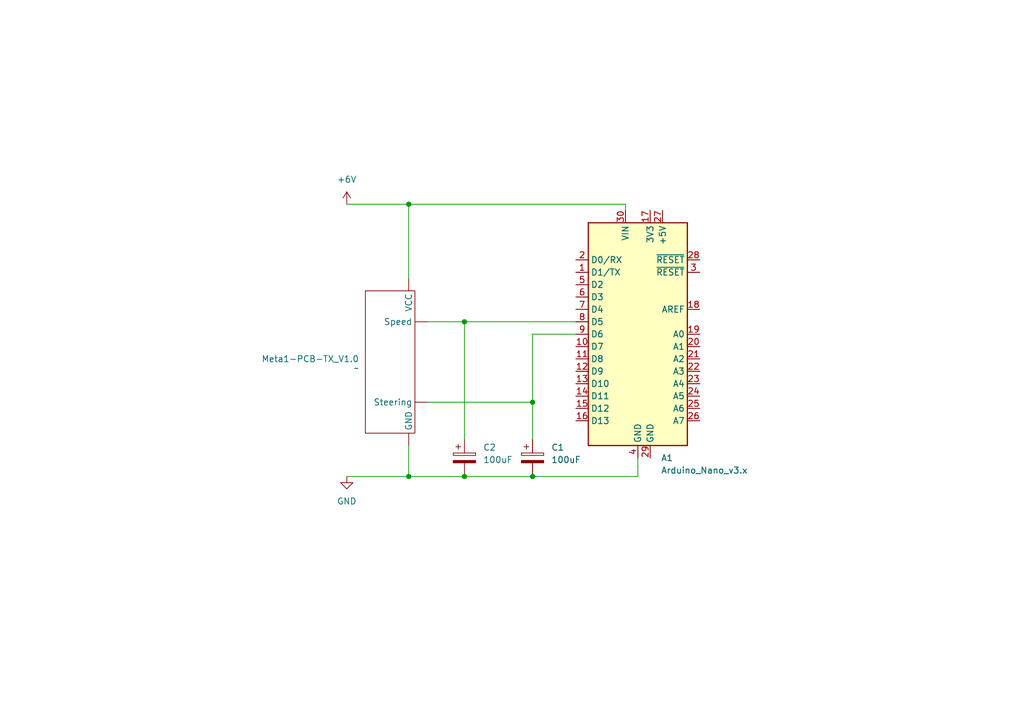
<source format=kicad_sch>
(kicad_sch (version 20231120) (generator "eeschema") (generator_version "8.0")
  (paper "A5")
  (title_block (title "Electronically controlled Transmitter Module for Metafly") (company "Aditya Nair, Northwestern University"))
  (lib_symbols
    (symbol "Device:C_Polarized" (pin_numbers hide) (pin_names (offset 0.254))
      (property "Reference" "C" (at 0.635 2.54 0))
      (property "Value" "C_Polarized" (at 0.635 -2.54 0))
      (symbol "C_Polarized_0_1"
        (rectangle (start -2.286 0.508) (end 2.286 1.016))
        (polyline (pts (xy -1.778 2.286) (xy -0.762 2.286)))
        (polyline (pts (xy -1.27 2.794) (xy -1.27 1.778)))
        (rectangle (start 2.286 -0.508) (end -2.286 -1.016) (fill (type outline)))
      )
      (symbol "C_Polarized_1_1"
        (pin passive line (at 0 3.81 270) (length 2.794) (name "~") (number "1"))
        (pin passive line (at 0 -3.81 90) (length 2.794) (name "~") (number "2"))
      )
    )
    (symbol "MCU_Module:Arduino_Nano_v3.x"
      (property "Reference" "A" (at -10.16 23.495 0))
      (property "Value" "Arduino_Nano_v3.x" (at 5.08 -24.13 0))
      (symbol "Arduino_Nano_v3.x_0_1"
        (rectangle (start -10.16 22.86) (end 10.16 -22.86) (stroke (width 0.254)) (fill (type background)))
      )
      (symbol "Arduino_Nano_v3.x_1_1"
        (pin bidirectional line (at -12.7 12.7 0) (length 2.54) (name "D1/TX") (number "1"))
        (pin bidirectional line (at -12.7 -2.54 0) (length 2.54) (name "D7") (number "10"))
        (pin bidirectional line (at -12.7 -5.08 0) (length 2.54) (name "D8") (number "11"))
        (pin bidirectional line (at -12.7 -7.62 0) (length 2.54) (name "D9") (number "12"))
        (pin bidirectional line (at -12.7 -10.16 0) (length 2.54) (name "D10") (number "13"))
        (pin bidirectional line (at -12.7 -12.7 0) (length 2.54) (name "D11") (number "14"))
        (pin bidirectional line (at -12.7 -15.24 0) (length 2.54) (name "D12") (number "15"))
        (pin bidirectional line (at -12.7 -17.78 0) (length 2.54) (name "D13") (number "16"))
        (pin power_out line (at 2.54 25.4 270) (length 2.54) (name "3V3") (number "17"))
        (pin input line (at 12.7 5.08 180) (length 2.54) (name "AREF") (number "18"))
        (pin bidirectional line (at 12.7 0 180) (length 2.54) (name "A0") (number "19"))
        (pin bidirectional line (at -12.7 15.24 0) (length 2.54) (name "D0/RX") (number "2"))
        (pin bidirectional line (at 12.7 -2.54 180) (length 2.54) (name "A1") (number "20"))
        (pin bidirectional line (at 12.7 -5.08 180) (length 2.54) (name "A2") (number "21"))
        (pin bidirectional line (at 12.7 -7.62 180) (length 2.54) (name "A3") (number "22"))
        (pin bidirectional line (at 12.7 -10.16 180) (length 2.54) (name "A4") (number "23"))
        (pin bidirectional line (at 12.7 -12.7 180) (length 2.54) (name "A5") (number "24"))
        (pin bidirectional line (at 12.7 -15.24 180) (length 2.54) (name "A6") (number "25"))
        (pin bidirectional line (at 12.7 -17.78 180) (length 2.54) (name "A7") (number "26"))
        (pin power_out line (at 5.08 25.4 270) (length 2.54) (name "+5V") (number "27"))
        (pin input line (at 12.7 15.24 180) (length 2.54) (name "~{RESET}") (number "28"))
        (pin power_in line (at 2.54 -25.4 90) (length 2.54) (name "GND") (number "29"))
        (pin input line (at 12.7 12.7 180) (length 2.54) (name "~{RESET}") (number "3"))
        (pin power_in line (at -2.54 25.4 270) (length 2.54) (name "VIN") (number "30"))
        (pin power_in line (at 0 -25.4 90) (length 2.54) (name "GND") (number "4"))
        (pin bidirectional line (at -12.7 10.16 0) (length 2.54) (name "D2") (number "5"))
        (pin bidirectional line (at -12.7 7.62 0) (length 2.54) (name "D3") (number "6"))
        (pin bidirectional line (at -12.7 5.08 0) (length 2.54) (name "D4") (number "7"))
        (pin bidirectional line (at -12.7 2.54 0) (length 2.54) (name "D5") (number "8"))
        (pin bidirectional line (at -12.7 0 0) (length 2.54) (name "D6") (number "9"))
      )
    )
    (symbol "Metafly_remote:Meta1-PCB-TX_v1.0"
      (property "Reference" "M" (at 0 0 0))
      (symbol "Meta1-PCB-TX_v1.0_0_1"
        (rectangle (start -5.08 8.89) (end 5.08 -20.32))
      )
      (symbol "Meta1-PCB-TX_v1.0_1_1"
        (pin input line (at 3.81 -22.86 90) (length 2.54) (name "GND") (number ""))
        (pin input line (at 7.62 2.54 180) (length 2.54) (name "Speed") (number ""))
        (pin input line (at 7.62 -13.97 180) (length 2.54) (name "Steering") (number ""))
        (pin input line (at 3.81 11.43 270) (length 2.54) (name "VCC") (number ""))
      )
    )
    (symbol "power:+6V" (power) (pin_numbers hide) (pin_names (offset 0) hide)
      (property "Value" "+6V" (at 0 3.556 0))
      (symbol "+6V_0_1"
        (polyline (pts (xy -0.762 1.27) (xy 0 2.54)))
        (polyline (pts (xy 0 0) (xy 0 2.54)))
        (polyline (pts (xy 0 2.54) (xy 0.762 1.27)))
      )
      (symbol "+6V_1_1"
        (pin power_in line (at 0 0 90) (length 0) (name "~") (number "1"))
      )
    )
    (symbol "power:GND" (power) (pin_numbers hide) (pin_names (offset 0) hide)
      (property "Value" "GND" (at 0 -3.81 0))
      (symbol "GND_0_1"
        (polyline (pts (xy 0 0) (xy 0 -1.27) (xy 1.27 -1.27) (xy 0 -2.54) (xy -1.27 -1.27) (xy 0 -1.27)))
      )
      (symbol "GND_1_1"
        (pin power_in line (at 0 0 270) (length 0) (name "~") (number "1"))
      )
    )
  )
  (junction (at 109.22 82.55))
  (junction (at 95.25 66.04))
  (junction (at 83.82 41.91))
  (junction (at 83.82 97.79))
  (junction (at 109.22 97.79))
  (junction (at 95.25 97.79))
  (wire (pts (xy 95.25 97.79) (xy 109.22 97.79)))
  (wire (pts (xy 71.12 97.79) (xy 83.82 97.79)))
  (wire (pts (xy 83.82 97.79) (xy 95.25 97.79)))
  (wire (pts (xy 95.25 66.04) (xy 95.25 90.17)))
  (wire (pts (xy 83.82 41.91) (xy 128.27 41.91)))
  (wire (pts (xy 109.22 68.58) (xy 109.22 82.55)))
  (wire (pts (xy 128.27 41.91) (xy 128.27 43.18)))
  (wire (pts (xy 109.22 97.79) (xy 130.81 97.79)))
  (wire (pts (xy 109.22 82.55) (xy 87.63 82.55)))
  (wire (pts (xy 130.81 93.98) (xy 130.81 97.79)))
  (wire (pts (xy 71.12 41.91) (xy 83.82 41.91)))
  (wire (pts (xy 87.63 66.04) (xy 95.25 66.04)))
  (wire (pts (xy 118.11 68.58) (xy 109.22 68.58)))
  (wire (pts (xy 83.82 57.15) (xy 83.82 41.91)))
  (wire (pts (xy 83.82 91.44) (xy 83.82 97.79)))
  (wire (pts (xy 109.22 82.55) (xy 109.22 90.17)))
  (wire (pts (xy 95.25 66.04) (xy 118.11 66.04)))
  (symbol (lib_id "Metafly_remote:Meta1-PCB-TX_v1.0") (at 80.01 68.58 0) (unit 1)
    (property "Reference" "Meta1-PCB-TX_V1.0" (at 73.66 73.6599 0) (effects (justify right)))
    (property "Value" "~" (at 73.66 75.565 0) (effects (justify right)))
  )
  (symbol (lib_id "Device:C_Polarized") (at 95.25 93.98 0) (unit 1)
    (property "Reference" "C2" (at 99.06 91.8209 0) (effects (justify left)))
    (property "Value" "100uF" (at 99.06 94.3609 0) (effects (justify left)))
    (property "Description" "Polarized capacitor" (effects (hide yes)))
  )
  (symbol (lib_id "MCU_Module:Arduino_Nano_v3.x") (at 130.81 68.58 0) (unit 1)
    (property "Reference" "A1" (at 135.5441 93.98 0) (effects (justify left)))
    (property "Value" "Arduino_Nano_v3.x" (at 135.5441 96.52 0) (effects (justify left)))
    (property "Footprint" "Module:Arduino_Nano" (effects (hide yes)))
    (property "Datasheet" "http://www.mouser.com/pdfdocs/Gravitech_Arduino_Nano3_0.pdf" (effects (hide yes)))
    (property "Description" "Arduino Nano v3.x" (effects (hide yes)))
  )
  (symbol (lib_id "power:GND") (at 71.12 97.79 0) (unit 1)
    (property "Reference" "#PWR01" (effects (hide yes)))
    (property "Value" "GND" (at 71.12 102.87 0))
    (property "Description" "Power symbol creates a global label with name \"GND\" , ground" (effects (hide yes)))
  )
  (symbol (lib_id "power:+6V") (at 71.12 41.91 0) (unit 1)
    (property "Reference" "#PWR03" (effects (hide yes)))
    (property "Value" "+6V" (at 71.12 36.83 0))
    (property "Description" "Power symbol creates a global label with name \"+6V\"" (effects (hide yes)))
  )
  (symbol (lib_id "Device:C_Polarized") (at 109.22 93.98 0) (unit 1)
    (property "Reference" "C1" (at 113.03 91.8209 0) (effects (justify left)))
    (property "Value" "100uF" (at 113.03 94.3609 0) (effects (justify left)))
    (property "Description" "Polarized capacitor" (effects (hide yes)))
  )
)
</source>
